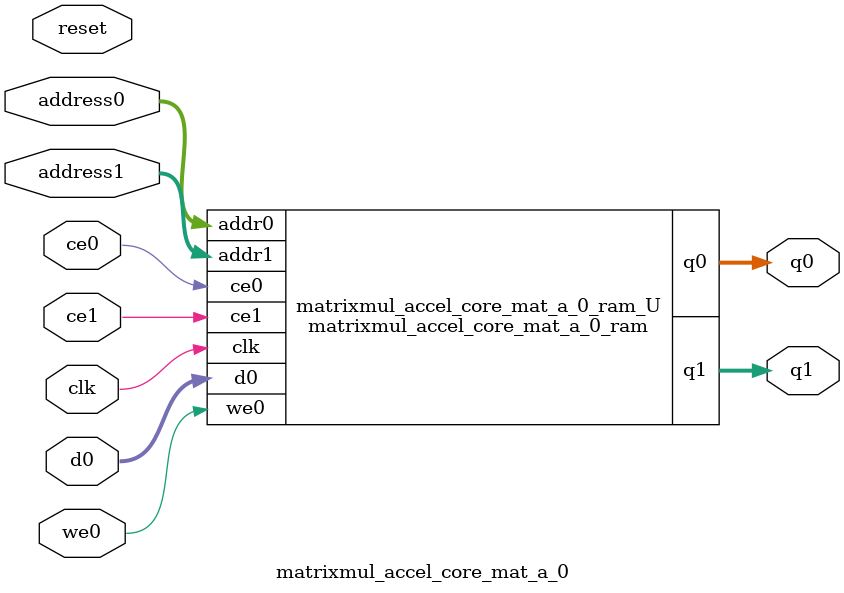
<source format=v>

`timescale 1 ns / 1 ps
module matrixmul_accel_core_mat_a_0_ram (addr0, ce0, d0, we0, q0, addr1, ce1, q1,  clk);

parameter DWIDTH = 32;
parameter AWIDTH = 6;
parameter MEM_SIZE = 64;

input[AWIDTH-1:0] addr0;
input ce0;
input[DWIDTH-1:0] d0;
input we0;
output reg[DWIDTH-1:0] q0;
input[AWIDTH-1:0] addr1;
input ce1;
output reg[DWIDTH-1:0] q1;
input clk;

(* ram_style = "block" *)reg [DWIDTH-1:0] ram[MEM_SIZE-1:0];




always @(posedge clk)  
begin 
    if (ce0) 
    begin
        if (we0) 
        begin 
            ram[addr0] <= d0; 
            q0 <= d0;
        end 
        else 
            q0 <= ram[addr0];
    end
end


always @(posedge clk)  
begin 
    if (ce1) 
    begin
            q1 <= ram[addr1];
    end
end


endmodule


`timescale 1 ns / 1 ps
module matrixmul_accel_core_mat_a_0(
    reset,
    clk,
    address0,
    ce0,
    we0,
    d0,
    q0,
    address1,
    ce1,
    q1);

parameter DataWidth = 32'd32;
parameter AddressRange = 32'd64;
parameter AddressWidth = 32'd6;
input reset;
input clk;
input[AddressWidth - 1:0] address0;
input ce0;
input we0;
input[DataWidth - 1:0] d0;
output[DataWidth - 1:0] q0;
input[AddressWidth - 1:0] address1;
input ce1;
output[DataWidth - 1:0] q1;




matrixmul_accel_core_mat_a_0_ram matrixmul_accel_core_mat_a_0_ram_U(
    .clk( clk ),
    .addr0( address0 ),
    .ce0( ce0 ),
    .d0( d0 ),
    .we0( we0 ),
    .q0( q0 ),
    .addr1( address1 ),
    .ce1( ce1 ),
    .q1( q1 ));

endmodule


</source>
